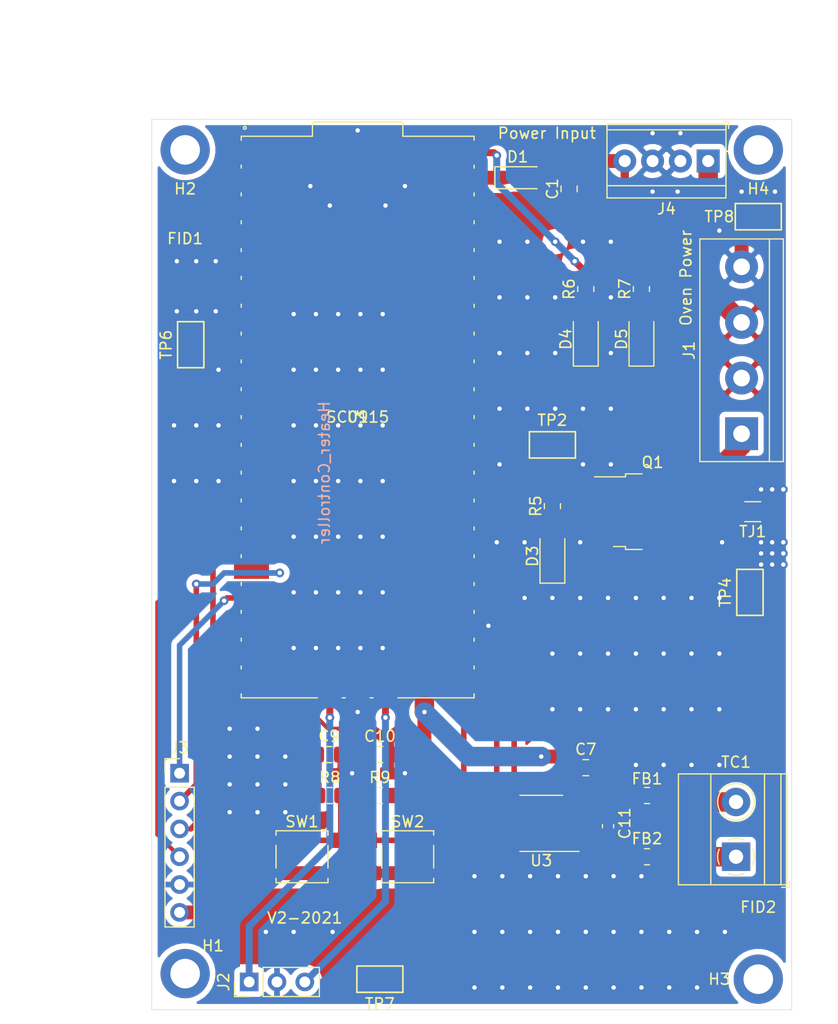
<source format=kicad_pcb>
(kicad_pcb (version 20171130) (host pcbnew "(5.1.10)-1")
  (layers (0 F.Cu signal) (31 B.Cu signal) (34 B.Paste user) (35 F.Paste user) (36 B.SilkS user) (37 F.SilkS user) (38 B.Mask user) (39 F.Mask user) (44 Edge.Cuts user))
  (net 0 "")
  (net 1 +5V)
  (net 2 GND)
  (net 3 +3.3V)
  (net 4 "Net-(D1-Pad1)")
  (net 5 +24V)
  (net 6 Gate_Control)
  (net 7 "Net-(U1-PadTP1)")
  (net 8 "Net-(U1-PadTP6)")
  (net 9 "Net-(U1-PadTP5)")
  (net 10 "Net-(U1-PadTP4)")
  (net 11 "Net-(U1-PadTP3)")
  (net 12 "Net-(U1-PadTP2)")
  (net 13 "Net-(U1-Pad37)")
  (net 14 "Net-(U1-Pad35)")
  (net 15 "Net-(U1-Pad34)")
  (net 16 "Net-(U1-Pad33)")
  (net 17 "Net-(U1-Pad32)")
  (net 18 "Net-(U1-Pad31)")
  (net 19 "Net-(U1-Pad30)")
  (net 20 "Net-(U1-Pad29)")
  (net 21 "Net-(U1-Pad28)")
  (net 22 "Net-(U1-Pad26)")
  (net 23 "Net-(U1-Pad25)")
  (net 24 "Net-(U1-Pad12)")
  (net 25 "Net-(U1-Pad11)")
  (net 26 "Net-(U1-Pad10)")
  (net 27 "Net-(U1-Pad9)")
  (net 28 CS)
  (net 29 T_RX)
  (net 30 "Net-(U1-Pad5)")
  (net 31 T_Clock)
  (net 32 "Net-(U1-Pad2)")
  (net 33 "Net-(U1-Pad1)")
  (net 34 SCL\CS)
  (net 35 SDA\RX)
  (net 36 TX\SCL)
  (net 37 SDA\SCK)
  (net 38 "Net-(J2-Pad3)")
  (net 39 "Net-(J2-Pad1)")
  (net 40 "Net-(D3-Pad2)")
  (net 41 /Power_Ind)
  (net 42 /VBUS_Ind)
  (net 43 "Net-(R6-Pad1)")
  (net 44 B1)
  (net 45 B2)
  (net 46 "Net-(R8-Pad2)")
  (net 47 "Net-(R9-Pad2)")
  (net 48 "Net-(U1-Pad4)")
  (net 49 "Net-(U1-Pad6)")
  (net 50 "Net-(U1-Pad7)")
  (net 51 /-)
  (net 52 /+)
  (net 53 Low_side)
  (net 54 "Net-(FB1-Pad1)")
  (net 55 "Net-(FB2-Pad2)")
  (module MountingHole:MountingHole_2.7mm_M2.5_ISO7380_Pad_TopBottom (layer F.Cu) (at 85.852 32.004)
    (fp_text reference H4 (at 0 3.556) (layer F.SilkS))
    (fp_text value MountingHole_M2.5)
    (pad 1 connect circle (at 0 0) (size 4.5 4.5) (layers B.Cu B.Mask))
    (pad 1 connect circle (at 0 0) (size 4.5 4.5) (layers F.Cu F.Mask))
    (pad 1 thru_hole circle (at 0 0) (size 3.1 3.1) (drill 2.7) (layers *.Cu *.Mask))
  )
  (module MountingHole:MountingHole_2.7mm_M2.5_ISO7380_Pad_TopBottom (layer F.Cu) (at 85.852 107.696)
    (fp_text reference H3 (at -3.556 0) (layer F.SilkS))
    (fp_text value MountingHole_M2.5)
    (pad 1 connect circle (at 0 0) (size 4.5 4.5) (layers B.Cu B.Mask))
    (pad 1 connect circle (at 0 0) (size 4.5 4.5) (layers F.Cu F.Mask))
    (pad 1 thru_hole circle (at 0 0) (size 3.1 3.1) (drill 2.7) (layers *.Cu *.Mask))
  )
  (module MountingHole:MountingHole_2.7mm_M2.5_ISO7380_Pad_TopBottom (layer F.Cu) (at 33.528 32.004)
    (fp_text reference H2 (at 0 3.556) (layer F.SilkS))
    (fp_text value MountingHole_M2.5)
    (pad 1 connect circle (at 0 0) (size 4.5 4.5) (layers B.Cu B.Mask))
    (pad 1 connect circle (at 0 0) (size 4.5 4.5) (layers F.Cu F.Mask))
    (pad 1 thru_hole circle (at 0 0) (size 3.1 3.1) (drill 2.7) (layers *.Cu *.Mask))
  )
  (module MountingHole:MountingHole_2.7mm_M2.5_ISO7380_Pad_TopBottom (layer F.Cu) (at 33.528 107.188)
    (fp_text reference H1 (at 2.54 -2.54) (layer F.SilkS))
    (fp_text value MountingHole_M2.5)
    (pad 1 connect circle (at 0 0) (size 4.5 4.5) (layers B.Cu B.Mask))
    (pad 1 connect circle (at 0 0) (size 4.5 4.5) (layers F.Cu F.Mask))
    (pad 1 thru_hole circle (at 0 0) (size 3.1 3.1) (drill 2.7) (layers *.Cu *.Mask))
  )
  (module Fiducial:Fiducial_0.75mm_Mask1.5mm (layer F.Cu) (at 85.852 103.124)
    (fp_text reference FID2 (at 0 -2) (layer F.SilkS))
    (fp_text value Fiducial)
    (pad "" smd circle (at 0 0) (size 0.75 0.75) (layers F.Cu F.Mask) (clearance 0.375))
  )
  (module Fiducial:Fiducial_0.75mm_Mask1.5mm (layer F.Cu) (at 33.528 38.1 180)
    (fp_text reference FID1 (at 0 -2) (layer F.SilkS))
    (fp_text value Fiducial)
    (pad "" smd circle (at 0 0 180) (size 0.75 0.75) (layers F.Cu F.Mask) (clearance 0.375))
  )
  (module Resistor_SMD:R_0805_2012Metric_Pad1.20x1.40mm_HandSolder (layer F.Cu) (at 75.692 96.52)
    (fp_text reference FB2 (at 0 -1.65) (layer F.SilkS))
    (fp_text value 0805)
    (pad 2 smd roundrect (at 1 0) (size 1.2 1.4) (layers F.Cu F.Paste F.Mask) (roundrect_rratio 0.208333) (net 55 "Net-(FB2-Pad2)"))
    (pad 1 smd roundrect (at -1 0) (size 1.2 1.4) (layers F.Cu F.Paste F.Mask) (roundrect_rratio 0.208333) (net 51 /-))
  )
  (module Resistor_SMD:R_0805_2012Metric_Pad1.20x1.40mm_HandSolder (layer F.Cu) (at 75.692 90.932 180)
    (fp_text reference FB1 (at 0 1.524) (layer F.SilkS))
    (fp_text value 0805)
    (pad 2 smd roundrect (at 1 0 180) (size 1.2 1.4) (layers F.Cu F.Paste F.Mask) (roundrect_rratio 0.208333) (net 52 /+))
    (pad 1 smd roundrect (at -1 0 180) (size 1.2 1.4) (layers F.Cu F.Paste F.Mask) (roundrect_rratio 0.208333) (net 54 "Net-(FB1-Pad1)"))
  )
  (module Capacitor_SMD:C_0603_1608Metric_Pad1.08x0.95mm_HandSolder (layer F.Cu) (at 72.136 93.726 270)
    (fp_text reference C11 (at -0.254 -1.524 90) (layer F.SilkS))
    (fp_text value 1n)
    (pad 2 smd roundrect (at 0.8625 0 270) (size 1.075 0.95) (layers F.Cu F.Paste F.Mask) (net 51 /-))
    (pad 1 smd roundrect (at -0.8625 0 270) (size 1.075 0.95) (layers F.Cu F.Paste F.Mask) (net 52 /+))
  )
  (module Package_SO:SOIC-8_3.9x4.9mm_P1.27mm (layer F.Cu) (at 66.04 93.472 180)
    (fp_text reference U3 (at 0 -3.4) (layer F.SilkS))
    (fp_text value MAX31855KASA)
    (pad 8 smd roundrect (at 2.475 -1.905 180) (size 1.95 0.6) (layers F.Cu F.Paste F.Mask))
    (pad 7 smd roundrect (at 2.475 -0.635 180) (size 1.95 0.6) (layers F.Cu F.Paste F.Mask) (net 29 T_RX))
    (pad 6 smd roundrect (at 2.475 0.635 180) (size 1.95 0.6) (layers F.Cu F.Paste F.Mask) (net 28 CS))
    (pad 5 smd roundrect (at 2.475 1.905 180) (size 1.95 0.6) (layers F.Cu F.Paste F.Mask) (net 31 T_Clock))
    (pad 4 smd roundrect (at -2.475 1.905 180) (size 1.95 0.6) (layers F.Cu F.Paste F.Mask) (net 3 +3.3V))
    (pad 3 smd roundrect (at -2.475 0.635 180) (size 1.95 0.6) (layers F.Cu F.Paste F.Mask) (net 52 /+))
    (pad 2 smd roundrect (at -2.475 -0.635 180) (size 1.95 0.6) (layers F.Cu F.Paste F.Mask) (net 51 /-))
    (pad 1 smd roundrect (at -2.475 -1.905 180) (size 1.95 0.6) (layers F.Cu F.Paste F.Mask) (net 2 GND))
  )
  (module TestPoint:TestPoint_Keystone_5019_Minature (layer F.Cu) (at 85.852 38.1 180)
    (fp_text reference TP8 (at 3.556 0) (layer F.SilkS))
    (fp_text value " ")
    (pad 1 smd rect (at 0 0 180) (size 3.8 2) (layers F.Cu F.Paste F.Mask) (net 2 GND))
  )
  (module TestPoint:TestPoint_Keystone_5019_Minature (layer F.Cu) (at 51.308 107.696 180)
    (fp_text reference TP7 (at 0 -2.25) (layer F.SilkS))
    (fp_text value " ")
    (pad 1 smd rect (at 0 0 180) (size 3.8 2) (layers F.Cu F.Paste F.Mask) (net 2 GND))
  )
  (module TestPoint:TestPoint_Keystone_5019_Minature (layer F.Cu) (at 34.036 49.784 90)
    (fp_text reference TP6 (at 0 -2.25 90) (layer F.SilkS))
    (fp_text value " ")
    (pad 1 smd rect (at 0 0 90) (size 3.8 2) (layers F.Cu F.Paste F.Mask) (net 2 GND))
  )
  (module TestPoint:TestPoint_Keystone_5019_Minature (layer F.Cu) (at 85.09 72.39 90)
    (fp_text reference TP4 (at 0 -2.25 90) (layer F.SilkS))
    (fp_text value " ")
    (pad 1 smd rect (at 0 0 90) (size 3.8 2) (layers F.Cu F.Paste F.Mask) (net 2 GND))
  )
  (module TestPoint:TestPoint_Keystone_5019_Minature (layer F.Cu) (at 67.056 58.928)
    (fp_text reference TP2 (at 0 -2.25) (layer F.SilkS))
    (fp_text value " ")
    (pad 1 smd rect (at 0 0) (size 3.8 2) (layers F.Cu F.Paste F.Mask) (net 6 Gate_Control))
  )
  (module Resistor_SMD:R_1206_3216Metric_Pad1.30x1.75mm_HandSolder (layer F.Cu) (at 85.344 65.024 180)
    (fp_text reference TJ1 (at 0 -1.82) (layer F.SilkS))
    (fp_text value "Thermal Jumper")
    (pad 2 smd roundrect (at 1.55 0 180) (size 1.3 1.75) (layers F.Cu F.Paste F.Mask) (roundrect_rratio 0.192308) (net 53 Low_side))
    (pad 1 smd roundrect (at -1.55 0 180) (size 1.3 1.75) (layers F.Cu F.Paste F.Mask) (roundrect_rratio 0.192308) (net 2 GND))
  )
  (module TerminalBlock_Phoenix:TerminalBlock_Phoenix_MKDS-1,5-2_1x02_P5.00mm_Horizontal (layer F.Cu) (at 83.82 96.52 90)
    (fp_text reference TC1 (at 8.636 0 180) (layer F.SilkS))
    (fp_text value Thermocouple)
    (pad 2 thru_hole circle (at 5 0 90) (size 2.6 2.6) (drill 1.3) (layers *.Cu *.Mask) (net 54 "Net-(FB1-Pad1)"))
    (pad 1 thru_hole rect (at 0 0 90) (size 2.6 2.6) (drill 1.3) (layers *.Cu *.Mask) (net 55 "Net-(FB2-Pad2)"))
  )
  (module Button_Switch_SMD:SW_SPST_TL3305C (layer F.Cu) (at 53.848 96.52)
    (fp_text reference SW2 (at 0 -3.2) (layer F.SilkS))
    (fp_text value SW_Push)
    (pad 2 smd rect (at -3.6 1.5) (size 1.6 1.4) (layers F.Cu F.Paste F.Mask) (net 3 +3.3V))
    (pad 2 smd rect (at 3.6 1.5) (size 1.6 1.4) (layers F.Cu F.Paste F.Mask) (net 3 +3.3V))
    (pad 1 smd rect (at -3.6 -1.5) (size 1.6 1.4) (layers F.Cu F.Paste F.Mask) (net 47 "Net-(R9-Pad2)"))
    (pad 1 smd rect (at 3.6 -1.5) (size 1.6 1.4) (layers F.Cu F.Paste F.Mask) (net 47 "Net-(R9-Pad2)"))
  )
  (module Button_Switch_SMD:SW_SPST_TL3305C (layer F.Cu) (at 44.196 96.52)
    (fp_text reference SW1 (at 0 -3.2) (layer F.SilkS))
    (fp_text value SW_Push)
    (pad 2 smd rect (at -3.6 1.5) (size 1.6 1.4) (layers F.Cu F.Paste F.Mask) (net 3 +3.3V))
    (pad 2 smd rect (at 3.6 1.5) (size 1.6 1.4) (layers F.Cu F.Paste F.Mask) (net 3 +3.3V))
    (pad 1 smd rect (at -3.6 -1.5) (size 1.6 1.4) (layers F.Cu F.Paste F.Mask) (net 46 "Net-(R8-Pad2)"))
    (pad 1 smd rect (at 3.6 -1.5) (size 1.6 1.4) (layers F.Cu F.Paste F.Mask) (net 46 "Net-(R8-Pad2)"))
  )
  (module Resistor_SMD:R_0805_2012Metric_Pad1.20x1.40mm_HandSolder (layer F.Cu) (at 51.308 90.932)
    (fp_text reference R9 (at 0 -1.65) (layer F.SilkS))
    (fp_text value 10k)
    (pad 2 smd roundrect (at 1 0) (size 1.2 1.4) (layers F.Cu F.Paste F.Mask) (roundrect_rratio 0.208333) (net 47 "Net-(R9-Pad2)"))
    (pad 1 smd roundrect (at -1 0) (size 1.2 1.4) (layers F.Cu F.Paste F.Mask) (roundrect_rratio 0.208333) (net 44 B1))
  )
  (module Resistor_SMD:R_0805_2012Metric_Pad1.20x1.40mm_HandSolder (layer F.Cu) (at 46.736 90.932)
    (fp_text reference R8 (at 0 -1.65) (layer F.SilkS))
    (fp_text value 10k)
    (pad 2 smd roundrect (at 1 0) (size 1.2 1.4) (layers F.Cu F.Paste F.Mask) (roundrect_rratio 0.208333) (net 46 "Net-(R8-Pad2)"))
    (pad 1 smd roundrect (at -1 0) (size 1.2 1.4) (layers F.Cu F.Paste F.Mask) (roundrect_rratio 0.208333) (net 45 B2))
  )
  (module Resistor_SMD:R_0805_2012Metric_Pad1.20x1.40mm_HandSolder (layer F.Cu) (at 75.184 44.704 270)
    (fp_text reference R7 (at 0 1.524 90) (layer F.SilkS))
    (fp_text value 1k)
    (pad 2 smd roundrect (at 1 0 270) (size 1.2 1.4) (layers F.Cu F.Paste F.Mask) (roundrect_rratio 0.208333) (net 41 /Power_Ind))
    (pad 1 smd roundrect (at -1 0 270) (size 1.2 1.4) (layers F.Cu F.Paste F.Mask) (roundrect_rratio 0.208333) (net 1 +5V))
  )
  (module Resistor_SMD:R_0805_2012Metric_Pad1.20x1.40mm_HandSolder (layer F.Cu) (at 70.104 44.704 270)
    (fp_text reference R6 (at 0 1.524 90) (layer F.SilkS))
    (fp_text value 1k)
    (pad 2 smd roundrect (at 1 0 270) (size 1.2 1.4) (layers F.Cu F.Paste F.Mask) (roundrect_rratio 0.208333) (net 42 /VBUS_Ind))
    (pad 1 smd roundrect (at -1 0 270) (size 1.2 1.4) (layers F.Cu F.Paste F.Mask) (roundrect_rratio 0.208333) (net 43 "Net-(R6-Pad1)"))
  )
  (module Resistor_SMD:R_0805_2012Metric_Pad1.20x1.40mm_HandSolder (layer F.Cu) (at 67.056 64.516 270)
    (fp_text reference R5 (at 0 1.524 90) (layer F.SilkS))
    (fp_text value 1k)
    (pad 2 smd roundrect (at 1 0 270) (size 1.2 1.4) (layers F.Cu F.Paste F.Mask) (roundrect_rratio 0.208333) (net 40 "Net-(D3-Pad2)"))
    (pad 1 smd roundrect (at -1 0 270) (size 1.2 1.4) (layers F.Cu F.Paste F.Mask) (roundrect_rratio 0.208333) (net 6 Gate_Control))
  )
  (module Package_TO_SOT_SMD:TO-252-3_TabPin2 (layer F.Cu) (at 76.2 65.024)
    (fp_text reference Q1 (at 0 -4.5) (layer F.SilkS))
    (fp_text value FDD8447L)
    (pad 2 smd rect (at 2.1 0) (size 6.4 5.8) (layers F.Cu F.Mask) (net 53 Low_side))
    (pad 3 smd rect (at -4.2 2.28) (size 2.2 1.2) (layers F.Cu F.Paste F.Mask) (net 2 GND))
    (pad 2 smd rect (at -4.2 0) (size 2.2 1.2) (layers F.Cu F.Paste F.Mask) (net 53 Low_side))
    (pad 1 smd rect (at -4.2 -2.28) (size 2.2 1.2) (layers F.Cu F.Paste F.Mask) (net 6 Gate_Control))
  )
  (module Connector_PinHeader_2.54mm:PinHeader_1x06_P2.54mm_Vertical (layer F.Cu) (at 33.02 88.9)
    (fp_text reference J3 (at 0 -2.33) (layer F.SilkS))
    (fp_text value Conn_01x06)
    (pad 6 thru_hole oval (at 0 12.7) (size 1.7 1.7) (drill 1) (layers *.Cu *.Mask) (net 3 +3.3V))
    (pad 5 thru_hole oval (at 0 10.16) (size 1.7 1.7) (drill 1) (layers *.Cu *.Mask) (net 2 GND))
    (pad 4 thru_hole oval (at 0 7.62) (size 1.7 1.7) (drill 1) (layers *.Cu *.Mask) (net 37 SDA\SCK))
    (pad 3 thru_hole oval (at 0 5.08) (size 1.7 1.7) (drill 1) (layers *.Cu *.Mask) (net 36 TX\SCL))
    (pad 2 thru_hole oval (at 0 2.54) (size 1.7 1.7) (drill 1) (layers *.Cu *.Mask) (net 35 SDA\RX))
    (pad 1 thru_hole rect (at 0 0) (size 1.7 1.7) (drill 1) (layers *.Cu *.Mask) (net 34 SCL\CS))
  )
  (module Connector_PinHeader_2.54mm:PinHeader_1x03_P2.54mm_Vertical (layer F.Cu) (at 39.37 107.95 90)
    (fp_text reference J2 (at 0 -2.33 90) (layer F.SilkS))
    (fp_text value debug)
    (pad 3 thru_hole oval (at 0 5.08 90) (size 1.7 1.7) (drill 1) (layers *.Cu *.Mask) (net 38 "Net-(J2-Pad3)"))
    (pad 2 thru_hole oval (at 0 2.54 90) (size 1.7 1.7) (drill 1) (layers *.Cu *.Mask) (net 2 GND))
    (pad 1 thru_hole rect (at 0 0 90) (size 1.7 1.7) (drill 1) (layers *.Cu *.Mask) (net 39 "Net-(J2-Pad1)"))
  )
  (module TerminalBlock:TerminalBlock_bornier-4_P5.08mm (layer F.Cu) (at 84.328 57.912 90)
    (fp_text reference J1 (at 7.6 -4.8 90) (layer F.SilkS))
    (fp_text value Screw_Terminal_01x04)
    (pad 4 thru_hole circle (at 15.24 0 90) (size 3 3) (drill 1.52) (layers *.Cu *.Mask) (net 2 GND))
    (pad 1 thru_hole rect (at 0 0 90) (size 3 3) (drill 1.52) (layers *.Cu *.Mask) (net 53 Low_side))
    (pad 3 thru_hole circle (at 10.16 0 90) (size 3 3) (drill 1.52) (layers *.Cu *.Mask) (net 5 +24V))
    (pad 2 thru_hole circle (at 5.08 0 90) (size 3 3) (drill 1.52) (layers *.Cu *.Mask) (net 5 +24V))
  )
  (module LED_SMD:LED_1206_3216Metric_Pad1.42x1.75mm_HandSolder (layer F.Cu) (at 75.184 49.276 90)
    (fp_text reference D5 (at 0 -1.82 90) (layer F.SilkS))
    (fp_text value L171L-GC)
    (pad 2 smd roundrect (at 1.4875 0 90) (size 1.425 1.75) (layers F.Cu F.Paste F.Mask) (roundrect_rratio 0.175439) (net 41 /Power_Ind))
    (pad 1 smd roundrect (at -1.4875 0 90) (size 1.425 1.75) (layers F.Cu F.Paste F.Mask) (roundrect_rratio 0.175439) (net 2 GND))
  )
  (module LED_SMD:LED_1206_3216Metric_Pad1.42x1.75mm_HandSolder (layer F.Cu) (at 70.104 49.276 90)
    (fp_text reference D4 (at 0 -1.82 90) (layer F.SilkS))
    (fp_text value L171L-GC)
    (pad 2 smd roundrect (at 1.4875 0 90) (size 1.425 1.75) (layers F.Cu F.Paste F.Mask) (roundrect_rratio 0.175439) (net 42 /VBUS_Ind))
    (pad 1 smd roundrect (at -1.4875 0 90) (size 1.425 1.75) (layers F.Cu F.Paste F.Mask) (roundrect_rratio 0.175439) (net 2 GND))
  )
  (module LED_SMD:LED_1206_3216Metric_Pad1.42x1.75mm_HandSolder (layer F.Cu) (at 67.056 69.088 90)
    (fp_text reference D3 (at 0 -1.82 90) (layer F.SilkS))
    (fp_text value L171L-GC)
    (pad 2 smd roundrect (at 1.4875 0 90) (size 1.425 1.75) (layers F.Cu F.Paste F.Mask) (roundrect_rratio 0.175439) (net 40 "Net-(D3-Pad2)"))
    (pad 1 smd roundrect (at -1.4875 0 90) (size 1.425 1.75) (layers F.Cu F.Paste F.Mask) (roundrect_rratio 0.175439) (net 2 GND))
  )
  (module Diode_SMD:D_SOD-123F (layer F.Cu) (at 64.008 34.544)
    (fp_text reference D1 (at -0.127 -1.905) (layer F.SilkS))
    (fp_text value FS14)
    (pad 2 smd rect (at 1.4 0) (size 1.1 1.1) (layers F.Cu F.Paste F.Mask) (net 1 +5V))
    (pad 1 smd rect (at -1.4 0) (size 1.1 1.1) (layers F.Cu F.Paste F.Mask) (net 4 "Net-(D1-Pad1)"))
  )
  (module Capacitor_SMD:C_0805_2012Metric_Pad1.18x1.45mm_HandSolder (layer F.Cu) (at 51.308 87.1982)
    (fp_text reference C10 (at 0 -1.68) (layer F.SilkS))
    (fp_text value 100n)
    (pad 2 smd roundrect (at 1.0375 0) (size 1.175 1.45) (layers F.Cu F.Paste F.Mask) (roundrect_rratio 0.212766) (net 2 GND))
    (pad 1 smd roundrect (at -1.0375 0) (size 1.175 1.45) (layers F.Cu F.Paste F.Mask) (roundrect_rratio 0.212766) (net 44 B1))
  )
  (module Capacitor_SMD:C_0805_2012Metric_Pad1.18x1.45mm_HandSolder (layer F.Cu) (at 46.656 87.198)
    (fp_text reference C9 (at 0 -1.68) (layer F.SilkS))
    (fp_text value 100n)
    (pad 2 smd roundrect (at 1.0375 0) (size 1.175 1.45) (layers F.Cu F.Paste F.Mask) (roundrect_rratio 0.212766) (net 2 GND))
    (pad 1 smd roundrect (at -1.0375 0) (size 1.175 1.45) (layers F.Cu F.Paste F.Mask) (roundrect_rratio 0.212766) (net 45 B2))
  )
  (module Capacitor_SMD:C_0805_2012Metric_Pad1.18x1.45mm_HandSolder (layer F.Cu) (at 70.104 88.392)
    (fp_text reference C7 (at 0 -1.68) (layer F.SilkS))
    (fp_text value 100n)
    (pad 2 smd roundrect (at 1.0375 0) (size 1.175 1.45) (layers F.Cu F.Paste F.Mask) (roundrect_rratio 0.212766) (net 2 GND))
    (pad 1 smd roundrect (at -1.0375 0) (size 1.175 1.45) (layers F.Cu F.Paste F.Mask) (roundrect_rratio 0.212766) (net 3 +3.3V))
  )
  (module Capacitor_SMD:C_0805_2012Metric_Pad1.18x1.45mm_HandSolder (layer F.Cu) (at 68.58 35.56 90)
    (fp_text reference C1 (at 0 -1.524 90) (layer F.SilkS))
    (fp_text value 100n)
    (pad 2 smd roundrect (at 1.0375 0 90) (size 1.175 1.45) (layers F.Cu F.Paste F.Mask) (roundrect_rratio 0.212766) (net 1 +5V))
    (pad 1 smd roundrect (at -1.0375 0 90) (size 1.175 1.45) (layers F.Cu F.Paste F.Mask) (roundrect_rratio 0.212766) (net 2 GND))
  )
  (module TerminalBlock_TE-Connectivity:TerminalBlock_TE_282834-4_1x04_P2.54mm_Horizontal (layer F.Cu) (at 81.28 33.02 180)
    (fp_text reference J4 (at 3.81 -4.37) (layer F.SilkS))
    (fp_text value Screw_Terminal_01x04)
    (pad 4 thru_hole circle (at 7.62 0 180) (size 2.1 2.1) (drill 1.1) (layers *.Cu *.Mask) (net 1 +5V))
    (pad 3 thru_hole circle (at 5.08 0 180) (size 2.1 2.1) (drill 1.1) (layers *.Cu *.Mask) (net 2 GND))
    (pad 2 thru_hole circle (at 2.54 0 180) (size 2.1 2.1) (drill 1.1) (layers *.Cu *.Mask) (net 2 GND))
    (pad 1 thru_hole rect (at 0 0 180) (size 2.1 2.1) (drill 1.1) (layers *.Cu *.Mask) (net 5 +24V))
  )
  (module footprints:SC0915-Up (layer F.Cu) (at 49.276 56.388)
    (fp_text reference U1 (at 0 0) (layer F.SilkS))
    (fp_text value SC0915 (at 0 0) (layer F.SilkS))
    (fp_text user * (at 0 0) (layer F.SilkS))
    (pad 1 smd rect (at -9.6901 -24.13) (size 3.2004 1.6002) (layers F.Cu F.Paste F.Mask) (net 33 "Net-(U1-Pad1)"))
    (pad 2 smd rect (at -9.6901 -21.59) (size 3.2004 1.6002) (layers F.Cu F.Paste F.Mask) (net 32 "Net-(U1-Pad2)"))
    (pad 3 smd rect (at -9.6901 -19.05) (size 3.2004 1.6002) (layers F.Cu F.Paste F.Mask) (net 2 GND))
    (pad 4 smd rect (at -9.6901 -16.51) (size 3.2004 1.6002) (layers F.Cu F.Paste F.Mask) (net 48 "Net-(U1-Pad4)"))
    (pad 5 smd rect (at -9.6901 -13.97) (size 3.2004 1.6002) (layers F.Cu F.Paste F.Mask) (net 30 "Net-(U1-Pad5)"))
    (pad 6 smd rect (at -9.6901 -11.43) (size 3.2004 1.6002) (layers F.Cu F.Paste F.Mask) (net 49 "Net-(U1-Pad6)"))
    (pad 7 smd rect (at -9.6901 -8.89) (size 3.2004 1.6002) (layers F.Cu F.Paste F.Mask) (net 50 "Net-(U1-Pad7)"))
    (pad 8 smd rect (at -9.6901 -6.35) (size 3.2004 1.6002) (layers F.Cu F.Paste F.Mask) (net 2 GND))
    (pad 9 smd rect (at -9.6901 -3.81) (size 3.2004 1.6002) (layers F.Cu F.Paste F.Mask) (net 27 "Net-(U1-Pad9)"))
    (pad 10 smd rect (at -9.6901 -1.27) (size 3.2004 1.6002) (layers F.Cu F.Paste F.Mask) (net 26 "Net-(U1-Pad10)"))
    (pad 11 smd rect (at -9.6901 1.27) (size 3.2004 1.6002) (layers F.Cu F.Paste F.Mask) (net 25 "Net-(U1-Pad11)"))
    (pad 12 smd rect (at -9.6901 3.81) (size 3.2004 1.6002) (layers F.Cu F.Paste F.Mask) (net 24 "Net-(U1-Pad12)"))
    (pad 13 smd rect (at -9.6901 6.35) (size 3.2004 1.6002) (layers F.Cu F.Paste F.Mask) (net 2 GND))
    (pad 14 smd rect (at -9.6901 8.89) (size 3.2004 1.6002) (layers F.Cu F.Paste F.Mask) (net 37 SDA\SCK))
    (pad 15 smd rect (at -9.6901 11.43) (size 3.2004 1.6002) (layers F.Cu F.Paste F.Mask) (net 36 TX\SCL))
    (pad 16 smd rect (at -9.6901 13.97) (size 3.2004 1.6002) (layers F.Cu F.Paste F.Mask) (net 35 SDA\RX))
    (pad 17 smd rect (at -9.6901 16.51) (size 3.2004 1.6002) (layers F.Cu F.Paste F.Mask) (net 34 SCL\CS))
    (pad 18 smd rect (at -9.6901 19.05) (size 3.2004 1.6002) (layers F.Cu F.Paste F.Mask) (net 2 GND))
    (pad 19 smd rect (at -9.6901 21.59) (size 3.2004 1.6002) (layers F.Cu F.Paste F.Mask) (net 44 B1))
    (pad 20 smd rect (at -9.6901 24.13) (size 3.2004 1.6002) (layers F.Cu F.Paste F.Mask) (net 45 B2))
    (pad 21 smd rect (at 9.6901 24.13) (size 3.2004 1.6002) (layers F.Cu F.Paste F.Mask) (net 29 T_RX))
    (pad 22 smd rect (at 9.6901 21.59) (size 3.2004 1.6002) (layers F.Cu F.Paste F.Mask) (net 28 CS))
    (pad 23 smd rect (at 9.6901 19.05) (size 3.2004 1.6002) (layers F.Cu F.Paste F.Mask) (net 2 GND))
    (pad 24 smd rect (at 9.6901 16.51) (size 3.2004 1.6002) (layers F.Cu F.Paste F.Mask) (net 31 T_Clock))
    (pad 25 smd rect (at 9.6901 13.97) (size 3.2004 1.6002) (layers F.Cu F.Paste F.Mask) (net 23 "Net-(U1-Pad25)"))
    (pad 26 smd rect (at 9.6901 11.43) (size 3.2004 1.6002) (layers F.Cu F.Paste F.Mask) (net 22 "Net-(U1-Pad26)"))
    (pad 27 smd rect (at 9.6901 8.89) (size 3.2004 1.6002) (layers F.Cu F.Paste F.Mask) (net 6 Gate_Control))
    (pad 28 smd rect (at 9.6901 6.35) (size 3.2004 1.6002) (layers F.Cu F.Paste F.Mask) (net 21 "Net-(U1-Pad28)"))
    (pad 29 smd rect (at 9.6901 3.81) (size 3.2004 1.6002) (layers F.Cu F.Paste F.Mask) (net 20 "Net-(U1-Pad29)"))
    (pad 30 smd rect (at 9.6901 1.27) (size 3.2004 1.6002) (layers F.Cu F.Paste F.Mask) (net 19 "Net-(U1-Pad30)"))
    (pad 31 smd rect (at 9.6901 -1.27) (size 3.2004 1.6002) (layers F.Cu F.Paste F.Mask) (net 18 "Net-(U1-Pad31)"))
    (pad 32 smd rect (at 9.6901 -3.81) (size 3.2004 1.6002) (layers F.Cu F.Paste F.Mask) (net 17 "Net-(U1-Pad32)"))
    (pad 33 smd rect (at 9.6901 -6.35) (size 3.2004 1.6002) (layers F.Cu F.Paste F.Mask) (net 16 "Net-(U1-Pad33)"))
    (pad 34 smd rect (at 9.6901 -8.89) (size 3.2004 1.6002) (layers F.Cu F.Paste F.Mask) (net 15 "Net-(U1-Pad34)"))
    (pad 35 smd rect (at 9.6901 -11.43) (size 3.2004 1.6002) (layers F.Cu F.Paste F.Mask) (net 14 "Net-(U1-Pad35)"))
    (pad 36 smd rect (at 9.6901 -13.97) (size 3.2004 1.6002) (layers F.Cu F.Paste F.Mask) (net 3 +3.3V))
    (pad 37 smd rect (at 9.6901 -16.51) (size 3.2004 1.6002) (layers F.Cu F.Paste F.Mask) (net 13 "Net-(U1-Pad37)"))
    (pad 38 smd rect (at 9.6901 -19.05) (size 3.2004 1.6002) (layers F.Cu F.Paste F.Mask) (net 2 GND))
    (pad 39 smd rect (at 9.6901 -21.59) (size 3.2004 1.6002) (layers F.Cu F.Paste F.Mask) (net 4 "Net-(D1-Pad1)"))
    (pad 40 smd rect (at 9.6901 -24.13) (size 3.2004 1.6002) (layers F.Cu F.Paste F.Mask) (net 43 "Net-(R6-Pad1)"))
    (pad TP2 smd rect (at 1.00076 -24.30018) (size 1.4986 1.4986) (layers F.Cu F.Paste F.Mask) (net 12 "Net-(U1-PadTP2)"))
    (pad TP3 smd rect (at -1.00076 -24.30018) (size 1.4986 1.4986) (layers F.Cu F.Paste F.Mask) (net 11 "Net-(U1-PadTP3)"))
    (pad TP4 smd rect (at -2.49936 -17.5006) (size 1.4986 1.4986) (layers F.Cu F.Paste F.Mask) (net 10 "Net-(U1-PadTP4)"))
    (pad TP5 smd rect (at -2.49936 -15.00124) (size 1.4986 1.4986) (layers F.Cu F.Paste F.Mask) (net 9 "Net-(U1-PadTP5)"))
    (pad TP6 smd rect (at -2.49936 -12.50188) (size 1.4986 1.4986) (layers F.Cu F.Paste F.Mask) (net 8 "Net-(U1-PadTP6)"))
    (pad A smd rect (at -2.72542 -24.00046) (size 1.0922 1.8034) (layers F.Cu F.Paste F.Mask) (net 2 GND))
    (pad B smd rect (at 2.72542 -24.00046) (size 1.0922 1.8034) (layers F.Cu F.Paste F.Mask) (net 2 GND))
    (pad C smd rect (at -2.4257 -20.97024) (size 1.0414 1.4478) (layers F.Cu F.Paste F.Mask) (net 2 GND))
    (pad D smd rect (at 2.4257 -20.97024) (size 1.0414 1.4478) (layers F.Cu F.Paste F.Mask) (net 2 GND))
    (pad D2 smd rect (at 0 24.69896 90) (size 3.2004 1.6002) (layers F.Cu F.Paste F.Mask) (net 2 GND))
    (pad D1 smd rect (at -2.54 24.69896 90) (size 3.2004 1.6002) (layers F.Cu F.Paste F.Mask) (net 39 "Net-(J2-Pad1)"))
    (pad D3 smd rect (at 2.54 24.69896 90) (size 3.2004 1.6002) (layers F.Cu F.Paste F.Mask) (net 38 "Net-(J2-Pad3)"))
    (pad TP1 smd rect (at 0 -21.00072) (size 1.4986 1.4986) (layers F.Cu F.Paste F.Mask) (net 7 "Net-(U1-PadTP1)"))
  )
  (gr_text Heater_Controller (at 46.228 61.468 90) (layer B.SilkS) (effects (font (size 1 1)) (justify mirror)))
  (gr_text V2-2021 (at 44.45 102.108) (layer F.SilkS) (effects (font (size 1 1))))
  (gr_line (start 88.9 29.21) (end 88.9 110.49) (layer Edge.Cuts) (width 0.05))
  (gr_line (start 87.63 29.21) (end 88.9 29.21) (layer Edge.Cuts) (width 0.05))
  (gr_line (start 30.48 29.21) (end 35.56 29.21) (layer Edge.Cuts) (width 0.05))
  (gr_line (start 30.48 88.9) (end 30.48 29.21) (layer Edge.Cuts) (width 0.05))
  (gr_line (start 30.48 110.49) (end 30.48 88.9) (layer Edge.Cuts) (width 0.05))
  (gr_line (start 35.56 110.49) (end 30.48 110.49) (layer Edge.Cuts) (width 0.05))
  (gr_text "Oven Power" (at 79.248 43.688 90) (layer F.SilkS) (effects (font (size 1 1))))
  (gr_text "Power Input" (at 66.548 30.48) (layer F.SilkS) (effects (font (size 1 1))))
  (gr_line (start 87.63 29.21) (end 35.56 29.21) (layer Edge.Cuts) (width 0.05))
  (gr_line (start 35.56 110.49) (end 88.9 110.49) (layer Edge.Cuts) (width 0.05))
  (segment (start 75.184 43.704) (end 75.184 37.084) (width 0.762) (layer F.Cu) (net 1))
  (segment (start 73.66 35.56) (end 73.66 33.02) (width 0.762) (layer F.Cu) (net 1))
  (segment (start 75.184 37.084) (end 73.66 35.56) (width 0.762) (layer F.Cu) (net 1))
  (segment (start 70.0825 33.02) (end 68.58 34.5225) (width 1.27) (layer F.Cu) (net 1))
  (segment (start 73.66 33.02) (end 70.0825 33.02) (width 1.27) (layer F.Cu) (net 1))
  (segment (start 65.4295 34.5225) (end 65.408 34.544) (width 1.27) (layer F.Cu) (net 1))
  (segment (start 68.58 34.5225) (end 65.4295 34.5225) (width 1.27) (layer F.Cu) (net 1))
  (segment (start 58.9661 75.438) (end 61.214 75.438) (width 0.889) (layer F.Cu) (net 2))
  (segment (start 61.214 75.438) (end 61.214 75.438) (width 0.889) (layer F.Cu) (net 2))
  (via (at 61.214 75.438) (size 0.8) (drill 0.4) (layers F.Cu B.Cu) (net 2))
  (via (at 87.122 62.992) (size 0.8) (drill 0.4) (layers F.Cu B.Cu) (net 2))
  (via (at 86.106 62.992) (size 0.8) (drill 0.4) (layers F.Cu B.Cu) (net 2))
  (via (at 87.122 69.85) (size 0.8) (drill 0.4) (layers F.Cu B.Cu) (net 2))
  (via (at 86.106 69.85) (size 0.8) (drill 0.4) (layers F.Cu B.Cu) (net 2))
  (via (at 87.122 68.834) (size 0.8) (drill 0.4) (layers F.Cu B.Cu) (net 2))
  (via (at 86.106 68.834) (size 0.8) (drill 0.4) (layers F.Cu B.Cu) (net 2))
  (via (at 86.106 67.818) (size 0.8) (drill 0.4) (layers F.Cu B.Cu) (net 2))
  (via (at 87.122 67.818) (size 0.8) (drill 0.4) (layers F.Cu B.Cu) (net 2))
  (via (at 46.736 37.084) (size 0.8) (drill 0.4) (layers F.Cu B.Cu) (net 2))
  (via (at 51.816 37.084) (size 0.8) (drill 0.4) (layers F.Cu B.Cu) (net 2))
  (segment (start 58.9661 42.418) (end 56.642 42.418) (width 1.778) (layer F.Cu) (net 3))
  (segment (start 56.642 42.418) (end 55.372 43.688) (width 1.778) (layer F.Cu) (net 3))
  (segment (start 55.372 43.688) (end 55.372 83.312) (width 1.778) (layer F.Cu) (net 3))
  (segment (start 55.372 83.312) (end 55.372 83.312) (width 1.778) (layer F.Cu) (net 3))
  (via (at 55.372 83.312) (size 0.8) (drill 0.4) (layers F.Cu B.Cu) (net 3))
  (segment (start 66.04 87.376) (end 66.04 87.376) (width 1.778) (layer F.Cu) (net 3))
  (via (at 66.04 87.376) (size 0.8) (drill 0.4) (layers F.Cu B.Cu) (net 3))
  (segment (start 59.436 87.376) (end 55.372 83.312) (width 1.778) (layer B.Cu) (net 3))
  (segment (start 66.04 87.376) (end 59.436 87.376) (width 1.778) (layer B.Cu) (net 3))
  (segment (start 55.372 83.312) (end 55.372 89.408) (width 1.27) (layer F.Cu) (net 3))
  (segment (start 55.372 89.408) (end 59.083001 93.119001) (width 1.27) (layer F.Cu) (net 3))
  (segment (start 57.451002 98.02) (end 57.448 98.02) (width 1.27) (layer F.Cu) (net 3))
  (segment (start 59.083001 96.388001) (end 57.451002 98.02) (width 1.27) (layer F.Cu) (net 3))
  (segment (start 59.083001 93.119001) (end 59.083001 96.388001) (width 1.27) (layer F.Cu) (net 3))
  (segment (start 57.448 98.02) (end 50.248 98.02) (width 1.27) (layer F.Cu) (net 3))
  (segment (start 50.248 98.02) (end 47.796 98.02) (width 1.27) (layer F.Cu) (net 3))
  (segment (start 47.796 98.02) (end 40.596 98.02) (width 1.27) (layer F.Cu) (net 3))
  (segment (start 59.2201 34.544) (end 58.9661 34.798) (width 1.27) (layer F.Cu) (net 4))
  (segment (start 62.608 34.544) (end 59.2201 34.544) (width 1.27) (layer F.Cu) (net 4))
  (segment (start 81.28 36.068) (end 81.28 33.02) (width 1.778) (layer F.Cu) (net 5))
  (segment (start 80.264 37.084) (end 81.28 36.068) (width 1.778) (layer F.Cu) (net 5))
  (segment (start 80.264 43.688) (end 80.264 37.084) (width 1.778) (layer F.Cu) (net 5))
  (segment (start 84.328 47.752) (end 80.264 43.688) (width 1.778) (layer F.Cu) (net 5))
  (segment (start 62.59 92.837) (end 61.976 92.223) (width 0.508) (layer F.Cu) (net 28))
  (segment (start 63.565 92.837) (end 62.59 92.837) (width 0.508) (layer F.Cu) (net 28))
  (segment (start 61.0743 77.978) (end 58.9661 77.978) (width 0.508) (layer F.Cu) (net 28))
  (segment (start 61.976 78.8797) (end 61.0743 77.978) (width 0.508) (layer F.Cu) (net 28))
  (segment (start 61.976 92.223) (end 61.976 78.8797) (width 0.508) (layer F.Cu) (net 28))
  (segment (start 58.9661 90.4831) (end 58.9661 80.518) (width 0.508) (layer F.Cu) (net 29))
  (segment (start 62.59 94.107) (end 58.9661 90.4831) (width 0.508) (layer F.Cu) (net 29))
  (segment (start 63.565 94.107) (end 62.59 94.107) (width 0.508) (layer F.Cu) (net 29))
  (segment (start 61.0743 72.898) (end 58.9661 72.898) (width 0.508) (layer F.Cu) (net 31))
  (segment (start 63.565 75.3887) (end 61.0743 72.898) (width 0.508) (layer F.Cu) (net 31))
  (segment (start 63.565 91.567) (end 63.565 75.3887) (width 0.508) (layer F.Cu) (net 31))
  (segment (start 33.02 88.9) (end 33.02 77.216) (width 0.508) (layer B.Cu) (net 34))
  (segment (start 33.02 77.216) (end 37.084 73.152) (width 0.508) (layer B.Cu) (net 34))
  (segment (start 37.084 73.152) (end 37.084 73.152) (width 0.508) (layer B.Cu) (net 34))
  (via (at 37.084 73.152) (size 0.8) (drill 0.4) (layers F.Cu B.Cu) (net 34))
  (segment (start 37.338 72.898) (end 37.084 73.152) (width 0.508) (layer F.Cu) (net 34))
  (segment (start 39.5859 72.898) (end 37.338 72.898) (width 0.508) (layer F.Cu) (net 34))
  (segment (start 33.02 91.44) (end 34.544 89.916) (width 0.508) (layer F.Cu) (net 35))
  (segment (start 34.544 89.916) (end 34.544 71.628) (width 0.508) (layer F.Cu) (net 35))
  (segment (start 34.544 71.628) (end 34.544 71.628) (width 0.508) (layer F.Cu) (net 35))
  (via (at 34.544 71.628) (size 0.8) (drill 0.4) (layers F.Cu B.Cu) (net 35))
  (segment (start 34.544 71.628) (end 36.068 71.628) (width 0.508) (layer B.Cu) (net 35))
  (segment (start 36.068 71.628) (end 37.084 70.612) (width 0.508) (layer B.Cu) (net 35))
  (segment (start 37.084 70.612) (end 42.164 70.612) (width 0.508) (layer B.Cu) (net 35))
  (segment (start 42.164 70.612) (end 42.164 70.612) (width 0.508) (layer B.Cu) (net 35))
  (via (at 42.164 70.612) (size 0.8) (drill 0.4) (layers F.Cu B.Cu) (net 35))
  (segment (start 39.8399 70.612) (end 39.5859 70.358) (width 0.508) (layer F.Cu) (net 35))
  (segment (start 42.164 70.612) (end 39.8399 70.612) (width 0.508) (layer F.Cu) (net 35))
  (segment (start 33.02 93.98) (end 34.036 93.98) (width 0.381) (layer F.Cu) (net 36))
  (segment (start 34.036 93.98) (end 36.068 91.948) (width 0.508) (layer F.Cu) (net 36))
  (segment (start 37.4777 67.818) (end 39.5859 67.818) (width 0.508) (layer F.Cu) (net 36))
  (segment (start 36.068 69.2277) (end 37.4777 67.818) (width 0.508) (layer F.Cu) (net 36))
  (segment (start 36.068 91.948) (end 36.068 69.2277) (width 0.508) (layer F.Cu) (net 36))
  (segment (start 33.02 96.52) (end 30.988 94.488) (width 0.381) (layer F.Cu) (net 37))
  (segment (start 39.022698 65.278) (end 39.5859 65.278) (width 0.381) (layer F.Cu) (net 37))
  (segment (start 30.988 73.312698) (end 39.022698 65.278) (width 0.381) (layer F.Cu) (net 37))
  (segment (start 30.988 94.488) (end 30.988 73.312698) (width 0.381) (layer F.Cu) (net 37))
  (segment (start 51.816 81.08696) (end 51.816 83.82) (width 0.635) (layer F.Cu) (net 38))
  (segment (start 51.816 83.82) (end 51.816 83.82) (width 0.635) (layer F.Cu) (net 38))
  (via (at 51.816 83.82) (size 0.8) (drill 0.4) (layers F.Cu B.Cu) (net 38))
  (segment (start 51.816 100.584) (end 44.45 107.95) (width 0.635) (layer B.Cu) (net 38))
  (segment (start 51.816 83.82) (end 51.816 100.584) (width 0.635) (layer B.Cu) (net 38))
  (segment (start 46.736 81.08696) (end 46.736 83.82) (width 0.635) (layer F.Cu) (net 39))
  (segment (start 46.736 83.82) (end 46.736 83.82) (width 0.635) (layer F.Cu) (net 39))
  (via (at 46.736 83.82) (size 0.8) (drill 0.4) (layers F.Cu B.Cu) (net 39))
  (segment (start 46.736 83.82) (end 46.736 95.504) (width 0.635) (layer B.Cu) (net 39))
  (segment (start 39.37 102.87) (end 39.37 107.95) (width 0.635) (layer B.Cu) (net 39))
  (segment (start 46.736 95.504) (end 39.37 102.87) (width 0.635) (layer B.Cu) (net 39))
  (segment (start 75.184 45.704) (end 75.184 47.7885) (width 0.762) (layer F.Cu) (net 41))
  (segment (start 70.104 45.704) (end 70.104 47.7885) (width 0.762) (layer F.Cu) (net 42))
  (segment (start 58.9661 32.258) (end 61.722 32.258) (width 0.635) (layer F.Cu) (net 43))
  (segment (start 61.722 32.258) (end 61.976 32.512) (width 0.635) (layer F.Cu) (net 43))
  (segment (start 70.104 43.704) (end 70.104 43.18) (width 0.635) (layer F.Cu) (net 43))
  (segment (start 70.104 43.18) (end 69.088 42.164) (width 0.635) (layer F.Cu) (net 43))
  (segment (start 69.088 42.164) (end 69.088 42.164) (width 0.635) (layer F.Cu) (net 43))
  (via (at 69.088 42.164) (size 0.8) (drill 0.4) (layers F.Cu B.Cu) (net 43))
  (segment (start 61.976 32.512) (end 61.976 32.512) (width 0.635) (layer F.Cu) (net 43))
  (via (at 61.976 32.512) (size 0.8) (drill 0.4) (layers F.Cu B.Cu) (net 43))
  (segment (start 61.976 35.052) (end 61.976 32.512) (width 0.635) (layer B.Cu) (net 43))
  (segment (start 69.088 42.164) (end 61.976 35.052) (width 0.635) (layer B.Cu) (net 43))
  (segment (start 45.736 87.3155) (end 45.6185 87.198) (width 0.508) (layer F.Cu) (net 45))
  (segment (start 45.736 90.932) (end 45.736 87.3155) (width 0.508) (layer F.Cu) (net 45))
  (segment (start 50.308 87.2357) (end 50.2705 87.1982) (width 0.508) (layer F.Cu) (net 44))
  (segment (start 50.308 90.932) (end 50.308 87.2357) (width 0.508) (layer F.Cu) (net 44))
  (segment (start 41.5671 77.978) (end 39.5859 77.978) (width 0.381) (layer F.Cu) (net 44))
  (segment (start 41.5671 77.978) (end 45.212 81.6229) (width 0.381) (layer F.Cu) (net 44))
  (segment (start 45.212 83.465942) (end 46.582058 84.836) (width 0.381) (layer F.Cu) (net 44))
  (segment (start 45.212 81.6229) (end 45.212 83.465942) (width 0.381) (layer F.Cu) (net 44))
  (segment (start 47.9083 84.836) (end 50.2705 87.1982) (width 0.381) (layer F.Cu) (net 44))
  (segment (start 46.582058 84.836) (end 47.9083 84.836) (width 0.381) (layer F.Cu) (net 44))
  (segment (start 47.736 94.96) (end 47.796 95.02) (width 0.508) (layer F.Cu) (net 46))
  (segment (start 47.736 90.932) (end 47.736 94.96) (width 0.508) (layer F.Cu) (net 46))
  (segment (start 40.596 95.02) (end 47.796 95.02) (width 0.508) (layer F.Cu) (net 46))
  (segment (start 53.36 90.932) (end 57.448 95.02) (width 0.508) (layer F.Cu) (net 47))
  (segment (start 52.308 90.932) (end 53.36 90.932) (width 0.508) (layer F.Cu) (net 47))
  (segment (start 50.248 95.02) (end 57.448 95.02) (width 0.508) (layer F.Cu) (net 47))
  (segment (start 74.0675 96.52) (end 72.136 94.5885) (width 0.762) (layer F.Cu) (net 51))
  (segment (start 74.692 96.52) (end 74.0675 96.52) (width 0.762) (layer F.Cu) (net 51))
  (segment (start 71.6545 94.107) (end 72.136 94.5885) (width 0.635) (layer F.Cu) (net 51))
  (segment (start 68.515 94.107) (end 71.6545 94.107) (width 0.635) (layer F.Cu) (net 51))
  (segment (start 74.0675 90.932) (end 72.136 92.8635) (width 0.762) (layer F.Cu) (net 52))
  (segment (start 74.692 90.932) (end 74.0675 90.932) (width 0.762) (layer F.Cu) (net 52))
  (segment (start 68.5415 92.8635) (end 68.515 92.837) (width 0.635) (layer F.Cu) (net 52))
  (segment (start 72.136 92.8635) (end 68.5415 92.8635) (width 0.635) (layer F.Cu) (net 52))
  (segment (start 49.276 81.08696) (end 49.276 83.312) (width 0.635) (layer F.Cu) (net 2))
  (segment (start 49.276 81.08696) (end 49.276 78.232) (width 0.635) (layer F.Cu) (net 2))
  (segment (start 49.276 78.232) (end 49.276 78.232) (width 0.635) (layer F.Cu) (net 2))
  (segment (start 49.276 83.312) (end 49.276 83.312) (width 0.635) (layer F.Cu) (net 2))
  (via (at 49.276 83.312) (size 0.8) (drill 0.4) (layers F.Cu B.Cu) (net 2))
  (segment (start 44.93006 37.338) (end 39.5859 37.338) (width 0.762) (layer F.Cu) (net 2))
  (segment (start 46.8503 35.41776) (end 44.93006 37.338) (width 0.762) (layer F.Cu) (net 2))
  (segment (start 53.62194 37.338) (end 58.9661 37.338) (width 0.762) (layer F.Cu) (net 2))
  (segment (start 51.7017 35.41776) (end 53.62194 37.338) (width 0.762) (layer F.Cu) (net 2))
  (segment (start 46.736 35.53206) (end 46.8503 35.41776) (width 0.762) (layer F.Cu) (net 2))
  (segment (start 46.736 37.084) (end 46.736 35.53206) (width 0.762) (layer F.Cu) (net 2))
  (segment (start 51.816 35.53206) (end 51.7017 35.41776) (width 0.762) (layer F.Cu) (net 2))
  (segment (start 51.816 37.084) (end 51.816 35.53206) (width 0.762) (layer F.Cu) (net 2))
  (segment (start 52.00142 35.11804) (end 51.7017 35.41776) (width 0.762) (layer F.Cu) (net 2))
  (segment (start 52.00142 32.38754) (end 52.00142 35.11804) (width 0.762) (layer F.Cu) (net 2))
  (segment (start 46.8503 32.68726) (end 46.55058 32.38754) (width 0.762) (layer F.Cu) (net 2))
  (segment (start 46.8503 35.41776) (end 46.8503 32.68726) (width 0.762) (layer F.Cu) (net 2))
  (segment (start 34.29 50.038) (end 34.036 49.784) (width 0.762) (layer F.Cu) (net 2))
  (segment (start 39.5859 50.038) (end 34.29 50.038) (width 0.762) (layer F.Cu) (net 2))
  (via (at 43.434 46.99) (size 0.8) (drill 0.4) (layers F.Cu B.Cu) (net 2))
  (via (at 45.466 46.99) (size 0.8) (drill 0.4) (layers F.Cu B.Cu) (net 2))
  (via (at 47.498 46.99) (size 0.8) (drill 0.4) (layers F.Cu B.Cu) (net 2))
  (via (at 49.53 46.99) (size 0.8) (drill 0.4) (layers F.Cu B.Cu) (net 2))
  (via (at 51.562 46.99) (size 0.8) (drill 0.4) (layers F.Cu B.Cu) (net 2))
  (via (at 43.434 52.07) (size 0.8) (drill 0.4) (layers F.Cu B.Cu) (net 2))
  (via (at 45.466 52.07) (size 0.8) (drill 0.4) (layers F.Cu B.Cu) (net 2))
  (via (at 47.498 52.07) (size 0.8) (drill 0.4) (layers F.Cu B.Cu) (net 2))
  (via (at 49.53 52.07) (size 0.8) (drill 0.4) (layers F.Cu B.Cu) (net 2))
  (via (at 51.562 52.07) (size 0.8) (drill 0.4) (layers F.Cu B.Cu) (net 2))
  (via (at 43.434 57.15) (size 0.8) (drill 0.4) (layers F.Cu B.Cu) (net 2))
  (via (at 45.466 57.15) (size 0.8) (drill 0.4) (layers F.Cu B.Cu) (net 2))
  (via (at 47.498 57.15) (size 0.8) (drill 0.4) (layers F.Cu B.Cu) (net 2))
  (via (at 49.53 57.15) (size 0.8) (drill 0.4) (layers F.Cu B.Cu) (net 2))
  (via (at 51.562 57.15) (size 0.8) (drill 0.4) (layers F.Cu B.Cu) (net 2))
  (via (at 43.434 62.23) (size 0.8) (drill 0.4) (layers F.Cu B.Cu) (net 2))
  (via (at 45.466 62.23) (size 0.8) (drill 0.4) (layers F.Cu B.Cu) (net 2))
  (via (at 47.498 62.23) (size 0.8) (drill 0.4) (layers F.Cu B.Cu) (net 2))
  (via (at 49.53 62.23) (size 0.8) (drill 0.4) (layers F.Cu B.Cu) (net 2))
  (via (at 51.562 62.23) (size 0.8) (drill 0.4) (layers F.Cu B.Cu) (net 2))
  (via (at 43.434 67.31) (size 0.8) (drill 0.4) (layers F.Cu B.Cu) (net 2))
  (via (at 45.466 67.31) (size 0.8) (drill 0.4) (layers F.Cu B.Cu) (net 2))
  (via (at 47.498 67.31) (size 0.8) (drill 0.4) (layers F.Cu B.Cu) (net 2))
  (via (at 49.53 67.31) (size 0.8) (drill 0.4) (layers F.Cu B.Cu) (net 2))
  (via (at 51.562 67.31) (size 0.8) (drill 0.4) (layers F.Cu B.Cu) (net 2))
  (via (at 43.434 72.39) (size 0.8) (drill 0.4) (layers F.Cu B.Cu) (net 2))
  (via (at 45.466 72.39) (size 0.8) (drill 0.4) (layers F.Cu B.Cu) (net 2))
  (via (at 47.498 72.39) (size 0.8) (drill 0.4) (layers F.Cu B.Cu) (net 2))
  (via (at 49.53 72.39) (size 0.8) (drill 0.4) (layers F.Cu B.Cu) (net 2))
  (via (at 51.562 72.39) (size 0.8) (drill 0.4) (layers F.Cu B.Cu) (net 2))
  (via (at 43.434 77.47) (size 0.8) (drill 0.4) (layers F.Cu B.Cu) (net 2))
  (via (at 45.466 77.47) (size 0.8) (drill 0.4) (layers F.Cu B.Cu) (net 2))
  (via (at 47.498 77.47) (size 0.8) (drill 0.4) (layers F.Cu B.Cu) (net 2))
  (via (at 49.53 77.47) (size 0.8) (drill 0.4) (layers F.Cu B.Cu) (net 2))
  (via (at 51.562 77.47) (size 0.8) (drill 0.4) (layers F.Cu B.Cu) (net 2))
  (via (at 48.768 88.9) (size 0.8) (drill 0.4) (layers F.Cu B.Cu) (net 2))
  (via (at 53.594 88.9) (size 0.8) (drill 0.4) (layers F.Cu B.Cu) (net 2))
  (via (at 37.592 84.836) (size 0.8) (drill 0.4) (layers F.Cu B.Cu) (net 2))
  (via (at 40.132 84.836) (size 0.8) (drill 0.4) (layers F.Cu B.Cu) (net 2))
  (via (at 37.592 87.376) (size 0.8) (drill 0.4) (layers F.Cu B.Cu) (net 2))
  (via (at 40.132 87.376) (size 0.8) (drill 0.4) (layers F.Cu B.Cu) (net 2))
  (via (at 42.672 87.376) (size 0.8) (drill 0.4) (layers F.Cu B.Cu) (net 2))
  (via (at 37.592 89.916) (size 0.8) (drill 0.4) (layers F.Cu B.Cu) (net 2))
  (via (at 40.132 89.916) (size 0.8) (drill 0.4) (layers F.Cu B.Cu) (net 2))
  (via (at 42.672 89.916) (size 0.8) (drill 0.4) (layers F.Cu B.Cu) (net 2))
  (via (at 37.592 92.456) (size 0.8) (drill 0.4) (layers F.Cu B.Cu) (net 2))
  (via (at 40.132 92.456) (size 0.8) (drill 0.4) (layers F.Cu B.Cu) (net 2))
  (via (at 42.672 92.456) (size 0.8) (drill 0.4) (layers F.Cu B.Cu) (net 2))
  (segment (start 84.328 39.624) (end 85.852 38.1) (width 1.27) (layer F.Cu) (net 2))
  (segment (start 84.328 42.672) (end 84.328 39.624) (width 1.27) (layer F.Cu) (net 2))
  (via (at 82.296 39.37) (size 0.8) (drill 0.4) (layers F.Cu B.Cu) (net 2))
  (via (at 84.328 35.814) (size 0.8) (drill 0.4) (layers F.Cu B.Cu) (net 2))
  (via (at 87.376 35.814) (size 0.8) (drill 0.4) (layers F.Cu B.Cu) (net 2))
  (via (at 78.486 35.814) (size 0.8) (drill 0.4) (layers F.Cu B.Cu) (net 2))
  (via (at 76.2 35.814) (size 0.8) (drill 0.4) (layers F.Cu B.Cu) (net 2))
  (via (at 78.74 30.48) (size 0.8) (drill 0.4) (layers F.Cu B.Cu) (net 2))
  (via (at 76.2 30.48) (size 0.8) (drill 0.4) (layers F.Cu B.Cu) (net 2))
  (via (at 88.138 69.85) (size 0.8) (drill 0.4) (layers F.Cu B.Cu) (net 2))
  (via (at 88.138 68.834) (size 0.8) (drill 0.4) (layers F.Cu B.Cu) (net 2))
  (via (at 88.138 62.992) (size 0.8) (drill 0.4) (layers F.Cu B.Cu) (net 2))
  (via (at 88.138 67.818) (size 0.8) (drill 0.4) (layers F.Cu B.Cu) (net 2))
  (via (at 62.23 40.386) (size 0.8) (drill 0.4) (layers F.Cu B.Cu) (net 2))
  (via (at 64.77 40.386) (size 0.8) (drill 0.4) (layers F.Cu B.Cu) (net 2))
  (via (at 67.31 40.386) (size 0.8) (drill 0.4) (layers F.Cu B.Cu) (net 43))
  (via (at 69.85 40.386) (size 0.8) (drill 0.4) (layers F.Cu B.Cu) (net 2))
  (via (at 72.39 40.386) (size 0.8) (drill 0.4) (layers F.Cu B.Cu) (net 2))
  (via (at 62.23 45.466) (size 0.8) (drill 0.4) (layers F.Cu B.Cu) (net 2))
  (via (at 64.77 45.466) (size 0.8) (drill 0.4) (layers F.Cu B.Cu) (net 2))
  (via (at 67.31 45.466) (size 0.8) (drill 0.4) (layers F.Cu B.Cu) (net 2))
  (via (at 72.39 45.466) (size 0.8) (drill 0.4) (layers F.Cu B.Cu) (net 2))
  (via (at 62.23 50.546) (size 0.8) (drill 0.4) (layers F.Cu B.Cu) (net 2))
  (via (at 64.77 50.546) (size 0.8) (drill 0.4) (layers F.Cu B.Cu) (net 2))
  (via (at 67.31 50.546) (size 0.8) (drill 0.4) (layers F.Cu B.Cu) (net 2))
  (via (at 72.39 50.546) (size 0.8) (drill 0.4) (layers F.Cu B.Cu) (net 2))
  (via (at 62.23 55.626) (size 0.8) (drill 0.4) (layers F.Cu B.Cu) (net 2))
  (via (at 64.77 55.626) (size 0.8) (drill 0.4) (layers F.Cu B.Cu) (net 2))
  (via (at 67.31 55.626) (size 0.8) (drill 0.4) (layers F.Cu B.Cu) (net 2))
  (via (at 69.85 55.626) (size 0.8) (drill 0.4) (layers F.Cu B.Cu) (net 2))
  (via (at 72.39 55.626) (size 0.8) (drill 0.4) (layers F.Cu B.Cu) (net 2))
  (via (at 62.23 60.706) (size 0.8) (drill 0.4) (layers F.Cu B.Cu) (net 2))
  (via (at 69.85 60.706) (size 0.8) (drill 0.4) (layers F.Cu B.Cu) (net 2))
  (via (at 72.39 60.706) (size 0.8) (drill 0.4) (layers F.Cu B.Cu) (net 2))
  (via (at 61.976 67.818) (size 0.8) (drill 0.4) (layers F.Cu B.Cu) (net 2))
  (via (at 64.516 67.818) (size 0.8) (drill 0.4) (layers F.Cu B.Cu) (net 2))
  (via (at 69.596 72.898) (size 0.8) (drill 0.4) (layers F.Cu B.Cu) (net 2))
  (via (at 69.596 67.818) (size 0.8) (drill 0.4) (layers F.Cu B.Cu) (net 2))
  (via (at 82.55 67.818) (size 0.8) (drill 0.4) (layers F.Cu B.Cu) (net 2))
  (via (at 64.516 72.898) (size 0.8) (drill 0.4) (layers F.Cu B.Cu) (net 2))
  (via (at 72.136 72.898) (size 0.8) (drill 0.4) (layers F.Cu B.Cu) (net 2))
  (via (at 74.676 72.898) (size 0.8) (drill 0.4) (layers F.Cu B.Cu) (net 2))
  (via (at 77.216 72.898) (size 0.8) (drill 0.4) (layers F.Cu B.Cu) (net 2))
  (via (at 79.756 72.898) (size 0.8) (drill 0.4) (layers F.Cu B.Cu) (net 2))
  (via (at 82.296 72.898) (size 0.8) (drill 0.4) (layers F.Cu B.Cu) (net 2))
  (via (at 67.056 77.978) (size 0.8) (drill 0.4) (layers F.Cu B.Cu) (net 2))
  (via (at 69.596 77.978) (size 0.8) (drill 0.4) (layers F.Cu B.Cu) (net 2))
  (via (at 72.136 77.978) (size 0.8) (drill 0.4) (layers F.Cu B.Cu) (net 2))
  (via (at 74.676 77.978) (size 0.8) (drill 0.4) (layers F.Cu B.Cu) (net 2))
  (via (at 77.216 77.978) (size 0.8) (drill 0.4) (layers F.Cu B.Cu) (net 2))
  (via (at 79.756 77.978) (size 0.8) (drill 0.4) (layers F.Cu B.Cu) (net 2))
  (via (at 82.296 77.978) (size 0.8) (drill 0.4) (layers F.Cu B.Cu) (net 2))
  (via (at 67.056 83.058) (size 0.8) (drill 0.4) (layers F.Cu B.Cu) (net 2))
  (via (at 69.596 83.058) (size 0.8) (drill 0.4) (layers F.Cu B.Cu) (net 2))
  (via (at 72.136 83.058) (size 0.8) (drill 0.4) (layers F.Cu B.Cu) (net 2))
  (via (at 74.676 83.058) (size 0.8) (drill 0.4) (layers F.Cu B.Cu) (net 2))
  (via (at 77.216 83.058) (size 0.8) (drill 0.4) (layers F.Cu B.Cu) (net 2))
  (via (at 79.756 83.058) (size 0.8) (drill 0.4) (layers F.Cu B.Cu) (net 2))
  (via (at 82.296 83.058) (size 0.8) (drill 0.4) (layers F.Cu B.Cu) (net 2))
  (via (at 74.676 88.138) (size 0.8) (drill 0.4) (layers F.Cu B.Cu) (net 2))
  (via (at 77.216 88.138) (size 0.8) (drill 0.4) (layers F.Cu B.Cu) (net 2))
  (via (at 79.756 88.138) (size 0.8) (drill 0.4) (layers F.Cu B.Cu) (net 2))
  (via (at 82.296 88.138) (size 0.8) (drill 0.4) (layers F.Cu B.Cu) (net 2))
  (via (at 67.056 72.898) (size 0.8) (drill 0.4) (layers F.Cu B.Cu) (net 2))
  (via (at 59.944 98.298) (size 0.8) (drill 0.4) (layers F.Cu B.Cu) (net 2))
  (via (at 62.484 98.298) (size 0.8) (drill 0.4) (layers F.Cu B.Cu) (net 2))
  (via (at 65.024 98.298) (size 0.8) (drill 0.4) (layers F.Cu B.Cu) (net 2))
  (via (at 67.564 98.298) (size 0.8) (drill 0.4) (layers F.Cu B.Cu) (net 2))
  (via (at 70.104 98.298) (size 0.8) (drill 0.4) (layers F.Cu B.Cu) (net 2))
  (via (at 72.644 98.298) (size 0.8) (drill 0.4) (layers F.Cu B.Cu) (net 2))
  (via (at 75.184 98.298) (size 0.8) (drill 0.4) (layers F.Cu B.Cu) (net 2))
  (via (at 59.944 103.378) (size 0.8) (drill 0.4) (layers F.Cu B.Cu) (net 2))
  (via (at 62.484 103.378) (size 0.8) (drill 0.4) (layers F.Cu B.Cu) (net 2))
  (via (at 65.024 103.378) (size 0.8) (drill 0.4) (layers F.Cu B.Cu) (net 2))
  (via (at 67.564 103.378) (size 0.8) (drill 0.4) (layers F.Cu B.Cu) (net 2))
  (via (at 70.104 103.378) (size 0.8) (drill 0.4) (layers F.Cu B.Cu) (net 2))
  (via (at 72.644 103.378) (size 0.8) (drill 0.4) (layers F.Cu B.Cu) (net 2))
  (via (at 75.184 103.378) (size 0.8) (drill 0.4) (layers F.Cu B.Cu) (net 2))
  (via (at 77.724 103.378) (size 0.8) (drill 0.4) (layers F.Cu B.Cu) (net 2))
  (via (at 80.264 103.378) (size 0.8) (drill 0.4) (layers F.Cu B.Cu) (net 2))
  (via (at 82.804 103.378) (size 0.8) (drill 0.4) (layers F.Cu B.Cu) (net 2))
  (via (at 59.944 108.458) (size 0.8) (drill 0.4) (layers F.Cu B.Cu) (net 2))
  (via (at 62.484 108.458) (size 0.8) (drill 0.4) (layers F.Cu B.Cu) (net 2))
  (via (at 65.024 108.458) (size 0.8) (drill 0.4) (layers F.Cu B.Cu) (net 2))
  (via (at 67.564 108.458) (size 0.8) (drill 0.4) (layers F.Cu B.Cu) (net 2))
  (via (at 70.104 108.458) (size 0.8) (drill 0.4) (layers F.Cu B.Cu) (net 2))
  (via (at 72.644 108.458) (size 0.8) (drill 0.4) (layers F.Cu B.Cu) (net 2))
  (via (at 75.184 108.458) (size 0.8) (drill 0.4) (layers F.Cu B.Cu) (net 2))
  (via (at 77.724 108.458) (size 0.8) (drill 0.4) (layers F.Cu B.Cu) (net 2))
  (via (at 80.264 108.458) (size 0.8) (drill 0.4) (layers F.Cu B.Cu) (net 2))
  (segment (start 67.564 96.328) (end 68.515 95.377) (width 0.762) (layer F.Cu) (net 2))
  (segment (start 67.564 98.298) (end 67.564 96.328) (width 0.762) (layer F.Cu) (net 2))
  (via (at 36.576 57.15) (size 0.8) (drill 0.4) (layers F.Cu B.Cu) (net 2))
  (via (at 34.544 57.15) (size 0.8) (drill 0.4) (layers F.Cu B.Cu) (net 2))
  (via (at 32.512 57.15) (size 0.8) (drill 0.4) (layers F.Cu B.Cu) (net 2))
  (via (at 36.576 52.07) (size 0.8) (drill 0.4) (layers F.Cu B.Cu) (net 2))
  (via (at 36.322 46.736) (size 0.8) (drill 0.4) (layers F.Cu B.Cu) (net 2))
  (via (at 36.322 42.164) (size 0.8) (drill 0.4) (layers F.Cu B.Cu) (net 2))
  (via (at 34.544 42.164) (size 0.8) (drill 0.4) (layers F.Cu B.Cu) (net 2))
  (via (at 32.766 42.164) (size 0.8) (drill 0.4) (layers F.Cu B.Cu) (net 2))
  (via (at 34.544 46.736) (size 0.8) (drill 0.4) (layers F.Cu B.Cu) (net 2))
  (via (at 32.766 46.736) (size 0.8) (drill 0.4) (layers F.Cu B.Cu) (net 2))
  (via (at 36.576 62.23) (size 0.8) (drill 0.4) (layers F.Cu B.Cu) (net 2))
  (via (at 34.544 62.23) (size 0.8) (drill 0.4) (layers F.Cu B.Cu) (net 2))
  (via (at 32.512 62.23) (size 0.8) (drill 0.4) (layers F.Cu B.Cu) (net 2))
  (via (at 53.594 35.306) (size 0.8) (drill 0.4) (layers F.Cu B.Cu) (net 2))
  (via (at 44.958 35.306) (size 0.8) (drill 0.4) (layers F.Cu B.Cu) (net 2))
  (via (at 49.276 30.226) (size 0.8) (drill 0.4) (layers F.Cu B.Cu) (net 2))
  (via (at 46.99 103.378) (size 0.8) (drill 0.4) (layers F.Cu B.Cu) (net 2))
  (via (at 43.434 103.378) (size 0.8) (drill 0.4) (layers F.Cu B.Cu) (net 2))
  (via (at 40.894 103.378) (size 0.8) (drill 0.4) (layers F.Cu B.Cu) (net 2))
  (segment (start 40.596 98.02) (end 40.156 98.02) (width 1.27) (layer F.Cu) (net 3))
  (segment (start 36.576 101.6) (end 33.02 101.6) (width 1.27) (layer F.Cu) (net 3))
  (segment (start 40.156 98.02) (end 36.576 101.6) (width 1.27) (layer F.Cu) (net 3))
  (segment (start 69.0665 91.0155) (end 68.515 91.567) (width 1.27) (layer F.Cu) (net 3))
  (segment (start 69.0665 88.392) (end 69.0665 91.0155) (width 1.27) (layer F.Cu) (net 3))
  (segment (start 68.0505 87.376) (end 69.0665 88.392) (width 1.27) (layer F.Cu) (net 3))
  (segment (start 66.04 87.376) (end 68.0505 87.376) (width 1.27) (layer F.Cu) (net 3))
  (segment (start 58.9661 65.278) (end 61.468 65.278) (width 1.27) (layer F.Cu) (net 6))
  (segment (start 64.002 62.744) (end 72 62.744) (width 1.27) (layer F.Cu) (net 6))
  (segment (start 61.468 65.278) (end 64.002 62.744) (width 1.27) (layer F.Cu) (net 6))
  (segment (start 64.774 63.516) (end 64.002 62.744) (width 1.27) (layer F.Cu) (net 6))
  (segment (start 67.056 63.516) (end 64.774 63.516) (width 1.27) (layer F.Cu) (net 6))
  (segment (start 67.056 59.69) (end 64.002 62.744) (width 1.27) (layer F.Cu) (net 6))
  (segment (start 67.056 58.928) (end 67.056 59.69) (width 1.27) (layer F.Cu) (net 6))
  (segment (start 67.056 67.6005) (end 67.056 65.516) (width 0.762) (layer F.Cu) (net 40))
  (segment (start 39.5859 81.1654) (end 45.6185 87.198) (width 0.508) (layer F.Cu) (net 45))
  (segment (start 39.5859 80.518) (end 39.5859 81.1654) (width 0.508) (layer F.Cu) (net 45))
  (segment (start 83.794 65.024) (end 78.3 65.024) (width 1.778) (layer F.Cu) (net 53))
  (segment (start 84.328 58.996) (end 78.3 65.024) (width 1.778) (layer F.Cu) (net 53))
  (segment (start 84.328 57.912) (end 84.328 58.996) (width 1.778) (layer F.Cu) (net 53))
  (segment (start 72 65.024) (end 78.3 65.024) (width 0.508) (layer F.Cu) (net 53))
  (segment (start 77.28 91.52) (end 76.692 90.932) (width 1.778) (layer F.Cu) (net 54))
  (segment (start 83.82 91.52) (end 77.28 91.52) (width 1.778) (layer F.Cu) (net 54))
  (segment (start 83.82 96.52) (end 76.692 96.52) (width 1.778) (layer F.Cu) (net 55))
  (zone (net 5) (net_name +24V) (layer F.Cu) (connect_pads (clearance 0.381)) (min_thickness 0.254) (fill yes (arc_segments 32) (thermal_gap 0.508) (thermal_bridge_width 0.508))
    (polygon (pts (xy 87.884 55.372) (xy 80.772 55.372) (xy 80.772 45.212) (xy 87.884 45.212)))
  )
  (zone (net 2) (net_name GND) (layer B.Cu) (connect_pads (clearance 0.508)) (min_thickness 0.254) (fill yes (arc_segments 32) (thermal_gap 0.508) (thermal_bridge_width 0.508))
    (polygon (pts (xy 88.9 110.49) (xy 30.48 110.49) (xy 30.48 29.21) (xy 88.9 29.21)))
  )
  (zone (net 2) (net_name GND) (layer F.Cu) (connect_pads yes (clearance 0.508)) (min_thickness 0.254) (fill yes (arc_segments 32) (thermal_gap 0.508) (thermal_bridge_width 0.508))
    (polygon (pts (xy 88.9 70.104) (xy 85.09 70.104) (xy 85.09 62.738) (xy 88.9 62.738)))
  )
  (zone (net 2) (net_name GND) (layer F.Cu) (connect_pads (clearance 0.762)) (min_thickness 0.254) (fill yes (arc_segments 32) (thermal_gap 0.508) (thermal_bridge_width 0.508))
    (polygon (pts (xy 88.9 39.878) (xy 80.01 39.878) (xy 80.01 60.706) (xy 88.9 60.706) (xy 88.9 110.49) (xy 30.48 110.49) (xy 30.48 29.21) (xy 88.9 29.21)))
  )
  (zone (net 0) (net_name "") (layer F.Cu) (connect_pads (clearance 0.508)) (min_thickness 0.254)
    (keepout (tracks allowed) (vias not_allowed) (copperpour not_allowed))
    (fill (arc_segments 32) (thermal_gap 0.508) (thermal_bridge_width 0.508))
    (polygon (pts (xy 73.152 96.774) (xy 60.452 96.774) (xy 60.452 90.678) (xy 73.152 90.678)))
  )
  (zone (net 0) (net_name "") (layer F.Cu) (connect_pads (clearance 0.508)) (min_thickness 0.254)
    (keepout (tracks allowed) (vias not_allowed) (copperpour not_allowed))
    (fill (arc_segments 32) (thermal_gap 0.508) (thermal_bridge_width 0.508))
    (polygon (pts (xy 88.9 40.894) (xy 80.772 40.894) (xy 80.772 60.198) (xy 88.9 60.198) (xy 88.9 60.96) (xy 80.01 60.96) (xy 80.01 39.878) (xy 88.9 39.878)))
  )
  (zone (net 0) (net_name "") (layer F.Cu) (connect_pads (clearance 0.508)) (min_thickness 0.254)
    (keepout (tracks allowed) (vias not_allowed) (copperpour not_allowed))
    (fill (arc_segments 32) (thermal_gap 0.508) (thermal_bridge_width 0.508))
    (polygon (pts (xy 85.852 99.06) (xy 80.518 99.06) (xy 80.518 97.79) (xy 73.152 97.79) (xy 73.152 89.916) (xy 85.852 89.916)))
  )
  (zone (net 0) (net_name "") (layer F.Cu) (connect_pads (clearance 0.508)) (min_thickness 0.254)
    (keepout (tracks allowed) (vias not_allowed) (copperpour not_allowed))
    (fill (arc_segments 32) (thermal_gap 0.508) (thermal_bridge_width 0.508))
    (polygon (pts (xy 66.294 35.814) (xy 61.976 35.814) (xy 61.976 33.528) (xy 66.294 33.528)))
  )
)
</source>
